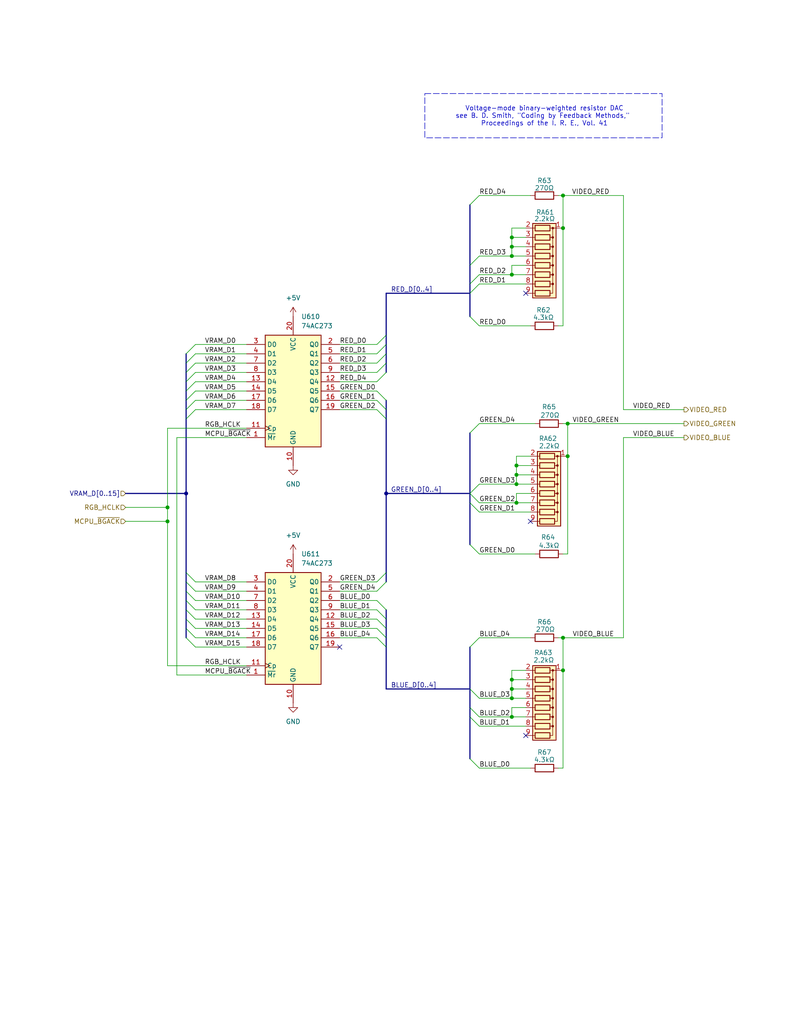
<source format=kicad_sch>
(kicad_sch (version 20231120) (generator "eeschema") (generator_version "8.0")
  (paper "A" portrait)
  (title_block (title "RA9704, RGB DAC") (date "2024-12-31") (rev "004") (company "Coin-Op Collection") (comment 1 "Author: Brandon Arnold") (comment 2 "License: CC BY-NC-SA 4.0"))
  (lib_symbols
    (symbol "power:+5V" (power) (pin_numbers hide) (pin_names (offset 0) hide)
      (property "Value" "+5V" (at 0 3.556 0))
      (symbol "+5V_0_1"
        (polyline (pts (xy -0.762 1.27) (xy 0 2.54)))
        (polyline (pts (xy 0 0) (xy 0 2.54)))
        (polyline (pts (xy 0 2.54) (xy 0.762 1.27)))
      )
      (symbol "+5V_1_1"
        (pin power_in line (at 0 0 90) (length 0) (name "~") (number "1"))
      )
    )
    (symbol "power:GND" (power) (pin_numbers hide) (pin_names (offset 0) hide)
      (property "Value" "GND" (at 0 -3.81 0))
      (symbol "GND_0_1"
        (polyline (pts (xy 0 0) (xy 0 -1.27) (xy 1.27 -1.27) (xy 0 -2.54) (xy -1.27 -1.27) (xy 0 -1.27)))
      )
      (symbol "GND_1_1"
        (pin power_in line (at 0 0 270) (length 0) (name "~") (number "1"))
      )
    )
    (symbol "ra9704:74AC273"
      (property "Reference" "U" (at -7.62 16.51 0))
      (property "Value" "74AC273" (at -7.62 -16.51 0))
      (symbol "74AC273_1_0"
        (pin input line (at -12.7 -12.7 0) (length 5.08) (name "~{Mr}") (number "1"))
        (pin power_in line (at 0 -20.32 90) (length 5.08) (name "GND") (number "10"))
        (pin input clock (at -12.7 -10.16 0) (length 5.08) (name "Cp") (number "11"))
        (pin output line (at 12.7 2.54 180) (length 5.08) (name "Q4") (number "12"))
        (pin input line (at -12.7 2.54 0) (length 5.08) (name "D4") (number "13"))
        (pin input line (at -12.7 0 0) (length 5.08) (name "D5") (number "14"))
        (pin output line (at 12.7 0 180) (length 5.08) (name "Q5") (number "15"))
        (pin output line (at 12.7 -2.54 180) (length 5.08) (name "Q6") (number "16"))
        (pin input line (at -12.7 -2.54 0) (length 5.08) (name "D6") (number "17"))
        (pin input line (at -12.7 -5.08 0) (length 5.08) (name "D7") (number "18"))
        (pin output line (at 12.7 -5.08 180) (length 5.08) (name "Q7") (number "19"))
        (pin output line (at 12.7 12.7 180) (length 5.08) (name "Q0") (number "2"))
        (pin power_in line (at 0 20.32 270) (length 5.08) (name "VCC") (number "20"))
        (pin input line (at -12.7 12.7 0) (length 5.08) (name "D0") (number "3"))
        (pin input line (at -12.7 10.16 0) (length 5.08) (name "D1") (number "4"))
        (pin output line (at 12.7 10.16 180) (length 5.08) (name "Q1") (number "5"))
        (pin output line (at 12.7 7.62 180) (length 5.08) (name "Q2") (number "6"))
        (pin input line (at -12.7 7.62 0) (length 5.08) (name "D2") (number "7"))
        (pin input line (at -12.7 5.08 0) (length 5.08) (name "D3") (number "8"))
        (pin output line (at 12.7 5.08 180) (length 5.08) (name "Q3") (number "9"))
      )
      (symbol "74AC273_1_1"
        (rectangle (start -7.62 15.24) (end 7.62 -15.24) (stroke (width 0.254)) (fill (type background)))
      )
    )
    (symbol "ra9704:R" (pin_numbers hide) (pin_names (offset 0))
      (property "Reference" "R" (at 2.032 0 90))
      (property "Value" "R" (at 0 0 90))
      (symbol "R_0_1"
        (rectangle (start -1.016 -2.54) (end 1.016 2.54) (stroke (width 0.254)))
      )
      (symbol "R_1_1"
        (pin passive line (at 0 3.81 270) (length 1.27) (name "~") (number "1"))
        (pin passive line (at 0 -3.81 90) (length 1.27) (name "~") (number "2"))
      )
    )
    (symbol "ra9704:R_Network08_1-Row" (pin_names (offset 0) hide)
      (property "Reference" "RB" (at -12.7 0 90))
      (property "Value" "10k" (at 10.16 0 90))
      (symbol "R_Network08_1-Row_0_1"
        (rectangle (start -11.43 -3.175) (end 8.89 3.175) (stroke (width 0.254)) (fill (type background)))
        (rectangle (start -10.922 1.524) (end -9.398 -2.54) (stroke (width 0.254)))
        (circle (center -10.16 2.286) (radius 0.254) (fill (type outline)))
        (rectangle (start -8.382 1.524) (end -6.858 -2.54) (stroke (width 0.254)))
        (circle (center -7.62 2.286) (radius 0.254) (fill (type outline)))
        (rectangle (start -5.842 1.524) (end -4.318 -2.54) (stroke (width 0.254)))
        (circle (center -5.08 2.286) (radius 0.254) (fill (type outline)))
        (rectangle (start -3.302 1.524) (end -1.778 -2.54) (stroke (width 0.254)))
        (circle (center -2.54 2.286) (radius 0.254) (fill (type outline)))
        (rectangle (start -0.762 1.524) (end 0.762 -2.54) (stroke (width 0.254)))
        (polyline (pts (xy -10.16 -2.54) (xy -10.16 -3.81)))
        (polyline (pts (xy -7.62 -2.54) (xy -7.62 -3.81)))
        (polyline (pts (xy -5.08 -2.54) (xy -5.08 -3.81)))
        (polyline (pts (xy -2.54 -2.54) (xy -2.54 -3.81)))
        (polyline (pts (xy 0 -2.54) (xy 0 -3.81)))
        (polyline (pts (xy 2.54 -2.54) (xy 2.54 -3.81)))
        (polyline (pts (xy 5.08 -2.54) (xy 5.08 -3.81)))
        (polyline (pts (xy 7.62 -2.54) (xy 7.62 -3.81)))
        (polyline (pts (xy -10.16 1.524) (xy -10.16 2.286) (xy -7.62 2.286) (xy -7.62 1.524)))
        (polyline (pts (xy -7.62 1.524) (xy -7.62 2.286) (xy -5.08 2.286) (xy -5.08 1.524)))
        (polyline (pts (xy -5.08 1.524) (xy -5.08 2.286) (xy -2.54 2.286) (xy -2.54 1.524)))
        (polyline (pts (xy -2.54 1.524) (xy -2.54 2.286) (xy 0 2.286) (xy 0 1.524)))
        (polyline (pts (xy 0 1.524) (xy 0 2.286) (xy 2.54 2.286) (xy 2.54 1.524)))
        (polyline (pts (xy 2.54 1.524) (xy 2.54 2.286) (xy 5.08 2.286) (xy 5.08 1.524)))
        (polyline (pts (xy 5.08 1.524) (xy 5.08 2.286) (xy 7.62 2.286) (xy 7.62 1.524)))
        (circle (center 0 2.286) (radius 0.254) (fill (type outline)))
        (rectangle (start 1.778 1.524) (end 3.302 -2.54) (stroke (width 0.254)))
        (circle (center 2.54 2.286) (radius 0.254) (fill (type outline)))
        (rectangle (start 4.318 1.524) (end 5.842 -2.54) (stroke (width 0.254)))
        (circle (center 5.08 2.286) (radius 0.254) (fill (type outline)))
        (rectangle (start 6.858 1.524) (end 8.382 -2.54) (stroke (width 0.254)))
      )
      (symbol "R_Network08_1-Row_1_1"
        (pin passive line (at -10.16 5.08 270) (length 2.54) (name "common") (number "1"))
        (pin passive line (at -10.16 -5.08 90) (length 1.27) (name "R1") (number "2"))
        (pin passive line (at -7.62 -5.08 90) (length 1.27) (name "R2") (number "3"))
        (pin passive line (at -5.08 -5.08 90) (length 1.27) (name "R3") (number "4"))
        (pin passive line (at -2.54 -5.08 90) (length 1.27) (name "R4") (number "5"))
        (pin passive line (at 0 -5.08 90) (length 1.27) (name "R5") (number "6"))
        (pin passive line (at 2.54 -5.08 90) (length 1.27) (name "R6") (number "7"))
        (pin passive line (at 5.08 -5.08 90) (length 1.27) (name "R7") (number "8"))
        (pin passive line (at 7.62 -5.08 90) (length 1.27) (name "R8") (number "9"))
      )
    )
  )
  (junction (at 139.7 190.5))
  (junction (at 140.97 129.54))
  (junction (at 140.97 132.08))
  (junction (at 139.7 195.58))
  (junction (at 50.8 134.62))
  (junction (at 154.94 115.57))
  (junction (at 153.67 182.88))
  (junction (at 140.97 137.16))
  (junction (at 139.7 67.31))
  (junction (at 154.94 124.46))
  (junction (at 139.7 187.96))
  (junction (at 140.97 127))
  (junction (at 105.41 134.62))
  (junction (at 45.72 138.43))
  (junction (at 139.7 69.85))
  (junction (at 45.72 142.24))
  (junction (at 153.67 173.99))
  (junction (at 139.7 74.93))
  (junction (at 153.67 53.34))
  (junction (at 139.7 185.42))
  (junction (at 139.7 64.77))
  (junction (at 153.67 62.23))
  (no_connect (at 92.71 176.53))
  (no_connect (at 143.51 200.66))
  (no_connect (at 143.51 80.01))
  (no_connect (at 144.78 142.24))
  (bus_entry (at 102.87 93.98) (size 2.54 -2.54))
  (bus_entry (at 102.87 99.06) (size 2.54 -2.54))
  (bus_entry (at 128.27 72.39) (size 2.54 -2.54))
  (bus_entry (at 102.87 109.22) (size 2.54 2.54))
  (bus_entry (at 128.27 118.11) (size 2.54 -2.54))
  (bus_entry (at 130.81 190.5) (size -2.54 -2.54))
  (bus_entry (at 105.41 166.37) (size -2.54 -2.54))
  (bus_entry (at 102.87 106.68) (size 2.54 2.54))
  (bus_entry (at 53.34 171.45) (size -2.54 -2.54))
  (bus_entry (at 50.8 111.76) (size 2.54 -2.54))
  (bus_entry (at 102.87 111.76) (size 2.54 2.54))
  (bus_entry (at 53.34 163.83) (size -2.54 -2.54))
  (bus_entry (at 128.27 134.62) (size 2.54 -2.54))
  (bus_entry (at 53.34 166.37) (size -2.54 -2.54))
  (bus_entry (at 102.87 158.75) (size 2.54 -2.54))
  (bus_entry (at 128.27 148.59) (size 2.54 2.54))
  (bus_entry (at 50.8 109.22) (size 2.54 -2.54))
  (bus_entry (at 53.34 161.29) (size -2.54 -2.54))
  (bus_entry (at 53.34 168.91) (size -2.54 -2.54))
  (bus_entry (at 102.87 161.29) (size 2.54 -2.54))
  (bus_entry (at 50.8 106.68) (size 2.54 -2.54))
  (bus_entry (at 53.34 158.75) (size -2.54 -2.54))
  (bus_entry (at 128.27 176.53) (size 2.54 -2.54))
  (bus_entry (at 128.27 137.16) (size 2.54 2.54))
  (bus_entry (at 53.34 173.99) (size -2.54 -2.54))
  (bus_entry (at 128.27 77.47) (size 2.54 -2.54))
  (bus_entry (at 128.27 86.36) (size 2.54 2.54))
  (bus_entry (at 102.87 96.52) (size 2.54 -2.54))
  (bus_entry (at 128.27 134.62) (size 2.54 2.54))
  (bus_entry (at 130.81 195.58) (size -2.54 -2.54))
  (bus_entry (at 105.41 168.91) (size -2.54 -2.54))
  (bus_entry (at 128.27 55.88) (size 2.54 -2.54))
  (bus_entry (at 50.8 104.14) (size 2.54 -2.54))
  (bus_entry (at 102.87 101.6) (size 2.54 -2.54))
  (bus_entry (at 102.87 104.14) (size 2.54 -2.54))
  (bus_entry (at 130.81 198.12) (size -2.54 -2.54))
  (bus_entry (at 53.34 176.53) (size -2.54 -2.54))
  (bus_entry (at 50.8 96.52) (size 2.54 -2.54))
  (bus_entry (at 50.8 114.3) (size 2.54 -2.54))
  (bus_entry (at 105.41 171.45) (size -2.54 -2.54))
  (bus_entry (at 105.41 176.53) (size -2.54 -2.54))
  (bus_entry (at 105.41 173.99) (size -2.54 -2.54))
  (bus_entry (at 50.8 101.6) (size 2.54 -2.54))
  (bus_entry (at 50.8 99.06) (size 2.54 -2.54))
  (bus_entry (at 130.81 209.55) (size -2.54 -2.54))
  (bus_entry (at 128.27 80.01) (size 2.54 -2.54))
  (wire (pts (xy 92.71 171.45) (xy 102.87 171.45)))
  (wire (pts (xy 53.34 158.75) (xy 67.31 158.75)))
  (wire (pts (xy 92.71 101.6) (xy 102.87 101.6)))
  (bus (pts (xy 105.41 176.53) (xy 105.41 173.99)))
  (bus (pts (xy 105.41 134.62) (xy 128.27 134.62)))
  (wire (pts (xy 154.94 115.57) (xy 154.94 124.46)))
  (wire (pts (xy 139.7 69.85) (xy 143.51 69.85)))
  (wire (pts (xy 130.81 88.9) (xy 144.78 88.9)))
  (bus (pts (xy 50.8 168.91) (xy 50.8 166.37)))
  (wire (pts (xy 139.7 190.5) (xy 139.7 187.96)))
  (wire (pts (xy 130.81 137.16) (xy 140.97 137.16)))
  (wire (pts (xy 140.97 129.54) (xy 140.97 127)))
  (wire (pts (xy 53.34 173.99) (xy 67.31 173.99)))
  (bus (pts (xy 128.27 55.88) (xy 128.27 72.39)))
  (wire (pts (xy 153.67 53.34) (xy 153.67 62.23)))
  (bus (pts (xy 105.41 168.91) (xy 105.41 171.45)))
  (wire (pts (xy 139.7 182.88) (xy 143.51 182.88)))
  (wire (pts (xy 139.7 72.39) (xy 139.7 74.93)))
  (wire (pts (xy 53.34 99.06) (xy 67.31 99.06)))
  (bus (pts (xy 50.8 171.45) (xy 50.8 168.91)))
  (wire (pts (xy 139.7 187.96) (xy 143.51 187.96)))
  (bus (pts (xy 128.27 176.53) (xy 128.27 187.96)))
  (wire (pts (xy 34.29 138.43) (xy 45.72 138.43)))
  (wire (pts (xy 130.81 195.58) (xy 139.7 195.58)))
  (wire (pts (xy 45.72 181.61) (xy 67.31 181.61)))
  (bus (pts (xy 50.8 158.75) (xy 50.8 156.21)))
  (bus (pts (xy 128.27 77.47) (xy 128.27 80.01)))
  (wire (pts (xy 130.81 74.93) (xy 139.7 74.93)))
  (wire (pts (xy 130.81 69.85) (xy 139.7 69.85)))
  (wire (pts (xy 170.18 173.99) (xy 153.67 173.99)))
  (wire (pts (xy 53.34 96.52) (xy 67.31 96.52)))
  (wire (pts (xy 139.7 72.39) (xy 143.51 72.39)))
  (wire (pts (xy 45.72 138.43) (xy 45.72 142.24)))
  (wire (pts (xy 170.18 119.38) (xy 186.69 119.38)))
  (bus (pts (xy 50.8 106.68) (xy 50.8 104.14)))
  (wire (pts (xy 153.67 182.88) (xy 153.67 209.55)))
  (wire (pts (xy 140.97 127) (xy 144.78 127)))
  (wire (pts (xy 130.81 209.55) (xy 144.78 209.55)))
  (wire (pts (xy 92.71 173.99) (xy 102.87 173.99)))
  (wire (pts (xy 45.72 142.24) (xy 45.72 181.61)))
  (wire (pts (xy 34.29 142.24) (xy 45.72 142.24)))
  (wire (pts (xy 152.4 53.34) (xy 153.67 53.34)))
  (wire (pts (xy 130.81 151.13) (xy 146.05 151.13)))
  (bus (pts (xy 105.41 80.01) (xy 105.41 91.44)))
  (bus (pts (xy 105.41 176.53) (xy 105.41 187.96)))
  (wire (pts (xy 45.72 116.84) (xy 67.31 116.84)))
  (bus (pts (xy 128.27 80.01) (xy 128.27 86.36)))
  (bus (pts (xy 50.8 104.14) (xy 50.8 101.6)))
  (wire (pts (xy 53.34 161.29) (xy 67.31 161.29)))
  (wire (pts (xy 139.7 64.77) (xy 139.7 62.23)))
  (wire (pts (xy 92.71 104.14) (xy 102.87 104.14)))
  (bus (pts (xy 128.27 137.16) (xy 128.27 148.59)))
  (wire (pts (xy 140.97 137.16) (xy 144.78 137.16)))
  (wire (pts (xy 92.71 111.76) (xy 102.87 111.76)))
  (bus (pts (xy 50.8 166.37) (xy 50.8 163.83)))
  (wire (pts (xy 92.71 161.29) (xy 102.87 161.29)))
  (bus (pts (xy 50.8 173.99) (xy 50.8 171.45)))
  (wire (pts (xy 170.18 173.99) (xy 170.18 119.38)))
  (wire (pts (xy 139.7 193.04) (xy 139.7 195.58)))
  (wire (pts (xy 53.34 104.14) (xy 67.31 104.14)))
  (wire (pts (xy 53.34 109.22) (xy 67.31 109.22)))
  (wire (pts (xy 139.7 62.23) (xy 143.51 62.23)))
  (wire (pts (xy 130.81 190.5) (xy 139.7 190.5)))
  (wire (pts (xy 140.97 134.62) (xy 140.97 137.16)))
  (wire (pts (xy 140.97 129.54) (xy 144.78 129.54)))
  (bus (pts (xy 50.8 111.76) (xy 50.8 109.22)))
  (bus (pts (xy 128.27 193.04) (xy 128.27 195.58)))
  (wire (pts (xy 140.97 127) (xy 140.97 124.46)))
  (wire (pts (xy 53.34 106.68) (xy 67.31 106.68)))
  (bus (pts (xy 105.41 173.99) (xy 105.41 171.45)))
  (wire (pts (xy 130.81 173.99) (xy 144.78 173.99)))
  (bus (pts (xy 105.41 93.98) (xy 105.41 91.44)))
  (wire (pts (xy 130.81 139.7) (xy 144.78 139.7)))
  (bus (pts (xy 105.41 109.22) (xy 105.41 111.76)))
  (wire (pts (xy 153.67 62.23) (xy 153.67 88.9)))
  (bus (pts (xy 105.41 99.06) (xy 105.41 96.52)))
  (bus (pts (xy 50.8 114.3) (xy 50.8 134.62)))
  (wire (pts (xy 92.71 93.98) (xy 102.87 93.98)))
  (wire (pts (xy 92.71 166.37) (xy 102.87 166.37)))
  (wire (pts (xy 92.71 168.91) (xy 102.87 168.91)))
  (bus (pts (xy 50.8 163.83) (xy 50.8 161.29)))
  (wire (pts (xy 153.67 173.99) (xy 153.67 182.88)))
  (wire (pts (xy 48.26 184.15) (xy 67.31 184.15)))
  (bus (pts (xy 105.41 114.3) (xy 105.41 134.62)))
  (wire (pts (xy 53.34 171.45) (xy 67.31 171.45)))
  (bus (pts (xy 128.27 134.62) (xy 128.27 137.16)))
  (bus (pts (xy 128.27 72.39) (xy 128.27 77.47)))
  (bus (pts (xy 50.8 99.06) (xy 50.8 96.52)))
  (wire (pts (xy 45.72 116.84) (xy 45.72 138.43)))
  (bus (pts (xy 105.41 156.21) (xy 105.41 158.75)))
  (wire (pts (xy 153.67 151.13) (xy 154.94 151.13)))
  (wire (pts (xy 53.34 101.6) (xy 67.31 101.6)))
  (wire (pts (xy 139.7 193.04) (xy 143.51 193.04)))
  (wire (pts (xy 53.34 111.76) (xy 67.31 111.76)))
  (wire (pts (xy 53.34 166.37) (xy 67.31 166.37)))
  (wire (pts (xy 92.71 99.06) (xy 102.87 99.06)))
  (bus (pts (xy 128.27 118.11) (xy 128.27 134.62)))
  (wire (pts (xy 153.67 115.57) (xy 154.94 115.57)))
  (bus (pts (xy 50.8 109.22) (xy 50.8 106.68)))
  (wire (pts (xy 130.81 77.47) (xy 143.51 77.47)))
  (bus (pts (xy 105.41 134.62) (xy 105.41 156.21)))
  (wire (pts (xy 139.7 190.5) (xy 143.51 190.5)))
  (wire (pts (xy 152.4 173.99) (xy 153.67 173.99)))
  (wire (pts (xy 170.18 53.34) (xy 153.67 53.34)))
  (bus (pts (xy 105.41 111.76) (xy 105.41 114.3)))
  (wire (pts (xy 153.67 88.9) (xy 152.4 88.9)))
  (bus (pts (xy 105.41 80.01) (xy 128.27 80.01)))
  (wire (pts (xy 139.7 187.96) (xy 139.7 185.42)))
  (bus (pts (xy 34.29 134.62) (xy 50.8 134.62)))
  (wire (pts (xy 130.81 132.08) (xy 140.97 132.08)))
  (wire (pts (xy 170.18 111.76) (xy 186.69 111.76)))
  (wire (pts (xy 48.26 184.15) (xy 48.26 119.38)))
  (wire (pts (xy 139.7 195.58) (xy 143.51 195.58)))
  (wire (pts (xy 140.97 132.08) (xy 144.78 132.08)))
  (bus (pts (xy 105.41 166.37) (xy 105.41 168.91)))
  (wire (pts (xy 139.7 185.42) (xy 143.51 185.42)))
  (wire (pts (xy 92.71 158.75) (xy 102.87 158.75)))
  (wire (pts (xy 130.81 53.34) (xy 144.78 53.34)))
  (wire (pts (xy 154.94 124.46) (xy 154.94 151.13)))
  (wire (pts (xy 139.7 67.31) (xy 143.51 67.31)))
  (wire (pts (xy 130.81 198.12) (xy 143.51 198.12)))
  (wire (pts (xy 130.81 115.57) (xy 146.05 115.57)))
  (bus (pts (xy 105.41 96.52) (xy 105.41 93.98)))
  (wire (pts (xy 53.34 93.98) (xy 67.31 93.98)))
  (wire (pts (xy 53.34 163.83) (xy 67.31 163.83)))
  (bus (pts (xy 50.8 114.3) (xy 50.8 111.76)))
  (wire (pts (xy 92.71 106.68) (xy 102.87 106.68)))
  (bus (pts (xy 105.41 187.96) (xy 128.27 187.96)))
  (wire (pts (xy 139.7 64.77) (xy 143.51 64.77)))
  (wire (pts (xy 152.4 209.55) (xy 153.67 209.55)))
  (wire (pts (xy 48.26 119.38) (xy 67.31 119.38)))
  (wire (pts (xy 139.7 69.85) (xy 139.7 67.31)))
  (bus (pts (xy 50.8 134.62) (xy 50.8 156.21)))
  (wire (pts (xy 53.34 176.53) (xy 67.31 176.53)))
  (bus (pts (xy 128.27 195.58) (xy 128.27 207.01)))
  (wire (pts (xy 92.71 96.52) (xy 102.87 96.52)))
  (wire (pts (xy 92.71 163.83) (xy 102.87 163.83)))
  (wire (pts (xy 92.71 109.22) (xy 102.87 109.22)))
  (wire (pts (xy 139.7 185.42) (xy 139.7 182.88)))
  (wire (pts (xy 140.97 132.08) (xy 140.97 129.54)))
  (wire (pts (xy 53.34 168.91) (xy 67.31 168.91)))
  (bus (pts (xy 105.41 101.6) (xy 105.41 99.06)))
  (wire (pts (xy 154.94 115.57) (xy 186.69 115.57)))
  (bus (pts (xy 128.27 187.96) (xy 128.27 193.04)))
  (wire (pts (xy 140.97 134.62) (xy 144.78 134.62)))
  (bus (pts (xy 50.8 101.6) (xy 50.8 99.06)))
  (wire (pts (xy 140.97 124.46) (xy 144.78 124.46)))
  (bus (pts (xy 50.8 161.29) (xy 50.8 158.75)))
  (wire (pts (xy 170.18 53.34) (xy 170.18 111.76)))
  (wire (pts (xy 139.7 67.31) (xy 139.7 64.77)))
  (wire (pts (xy 139.7 74.93) (xy 143.51 74.93)))
  (rectangle (start 115.951 25.527) (end 180.721 37.592) (stroke (width 0) (type dash)))
  (text "Voltage-mode binary-weighted resistor DAC\nsee B. D. Smith, \"Coding by Feedback Methods,\" \nProceedings of the I. R. E., Vol. 41" (at 148.59 31.75 0) (effects (font (size 1.27 1.27))))
  (label "BLUE_D3" (at 92.71 171.45 0))
  (label "BLUE_D0" (at 130.81 209.55 0))
  (label "GREEN_D0" (at 130.81 151.13 0))
  (label "GREEN_D2" (at 92.71 111.76 0))
  (label "GREEN_D4" (at 130.81 115.57 0))
  (label "MCPU_~{BGACK}" (at 55.88 184.15 0))
  (label "GREEN_D2" (at 130.81 137.16 0))
  (label "VIDEO_BLUE" (at 167.64 173.99 180))
  (label "VIDEO_RED" (at 166.37 53.34 180))
  (label "BLUE_D1" (at 92.71 166.37 0))
  (label "RED_D2" (at 130.81 74.93 0))
  (label "BLUE_D3" (at 130.81 190.5 0))
  (label "VRAM_D7" (at 55.88 111.76 0))
  (label "VRAM_D1" (at 55.88 96.52 0))
  (label "GREEN_D1" (at 92.71 109.22 0))
  (label "RED_D4" (at 92.71 104.14 0))
  (label "GREEN_D0" (at 92.71 106.68 0))
  (label "VRAM_D0" (at 55.88 93.98 0))
  (label "VRAM_D8" (at 55.88 158.75 0))
  (label "VRAM_D6" (at 55.88 109.22 0))
  (label "VIDEO_GREEN" (at 156.21 115.57 0))
  (label "VRAM_D4" (at 55.88 104.14 0))
  (label "VIDEO_RED" (at 172.72 111.76 0))
  (label "BLUE_D2" (at 92.71 168.91 0))
  (label "RGB_HCLK" (at 55.88 116.84 0))
  (label "RED_D3" (at 92.71 101.6 0))
  (label "RED_D2" (at 92.71 99.06 0))
  (label "RED_D0" (at 130.81 88.9 0))
  (label "VIDEO_BLUE" (at 172.72 119.38 0))
  (label "BLUE_D1" (at 130.81 198.12 0))
  (label "BLUE_D4" (at 130.81 173.99 0))
  (label "GREEN_D3" (at 92.71 158.75 0))
  (label "MCPU_~{BGACK}" (at 55.88 119.38 0))
  (label "VRAM_D5" (at 55.88 106.68 0))
  (label "RED_D1" (at 92.71 96.52 0))
  (label "VRAM_D14" (at 55.88 173.99 0))
  (label "VRAM_D15" (at 55.88 176.53 0))
  (label "RED_D1" (at 130.81 77.47 0))
  (label "RGB_HCLK" (at 55.88 181.61 0))
  (label "VRAM_D10" (at 55.88 163.83 0))
  (label "VRAM_D12" (at 55.88 168.91 0))
  (label "RED_D[0..4]" (at 106.68 80.01 0))
  (label "RED_D3" (at 130.81 69.85 0))
  (label "RED_D0" (at 92.71 93.98 0))
  (label "VRAM_D3" (at 55.88 101.6 0))
  (label "GREEN_D[0..4]" (at 106.68 134.62 0))
  (label "BLUE_D[0..4]" (at 106.68 187.96 0))
  (label "GREEN_D1" (at 130.81 139.7 0))
  (label "BLUE_D2" (at 130.81 195.58 0))
  (label "VRAM_D9" (at 55.88 161.29 0))
  (label "BLUE_D0" (at 92.71 163.83 0))
  (label "BLUE_D4" (at 92.71 173.99 0))
  (label "VRAM_D11" (at 55.88 166.37 0))
  (label "GREEN_D4" (at 92.71 161.29 0))
  (label "VRAM_D2" (at 55.88 99.06 0))
  (label "GREEN_D3" (at 130.81 132.08 0))
  (label "VRAM_D13" (at 55.88 171.45 0))
  (label "RED_D4" (at 130.81 53.34 0))
  (hierarchical_label "VRAM_D[0..15]" (shape input) (at 34.29 134.62 180))
  (hierarchical_label "RGB_HCLK" (shape input) (at 34.29 138.43 180))
  (hierarchical_label "VIDEO_GREEN" (shape output) (at 186.69 115.57 0))
  (hierarchical_label "MCPU_~{BGACK}" (shape input) (at 34.29 142.24 180))
  (hierarchical_label "VIDEO_BLUE" (shape output) (at 186.69 119.38 0))
  (hierarchical_label "VIDEO_RED" (shape output) (at 186.69 111.76 0))
  (symbol (lib_id "ra9704:R") (at 148.59 88.9 270) (mirror x) (unit 1)
    (property "Reference" "R62" (at 148.336 84.582 90))
    (property "Value" "4.3kΩ" (at 148.336 86.614 90))
    (property "Footprint" "ra9704:R_Axial_DIN0204_L3.6mm_D1.6mm_P5.08mm_Horizontal" (effects (hide yes)))
    (property "Description" "Resistor" (effects (hide yes)))
  )
  (symbol (lib_id "ra9704:R") (at 148.59 173.99 270) (mirror x) (unit 1)
    (property "Reference" "R66" (at 148.59 169.672 90))
    (property "Value" "270Ω" (at 148.844 171.704 90))
    (property "Footprint" "ra9704:R_Axial_DIN0204_L3.6mm_D1.6mm_P5.08mm_Horizontal" (effects (hide yes)))
    (property "Description" "Resistor" (effects (hide yes)))
  )
  (symbol (lib_id "power:+5V") (at 80.01 86.36 0) (unit 1)
    (property "Reference" "#PWR079" (effects (hide yes)))
    (property "Value" "+5V" (at 80.01 81.28 0))
    (property "Description" "Power symbol creates a global label with name \"+5V\"" (effects (hide yes)))
  )
  (symbol (lib_id "power:GND") (at 80.01 127 0) (unit 1)
    (property "Reference" "#PWR0142" (effects (hide yes)))
    (property "Value" "GND" (at 80.01 132.08 0))
    (property "Description" "Power symbol creates a global label with name \"GND\" , ground" (effects (hide yes)))
  )
  (symbol (lib_id "power:+5V") (at 80.01 151.13 0) (unit 1)
    (property "Reference" "#PWR0143" (effects (hide yes)))
    (property "Value" "+5V" (at 80.01 146.05 0))
    (property "Description" "Power symbol creates a global label with name \"+5V\"" (effects (hide yes)))
  )
  (symbol (lib_id "ra9704:R") (at 148.59 209.55 270) (mirror x) (unit 1)
    (property "Reference" "R67" (at 148.59 205.232 90))
    (property "Value" "4.3kΩ" (at 148.59 207.264 90))
    (property "Footprint" "ra9704:R_Axial_DIN0204_L3.6mm_D1.6mm_P5.08mm_Horizontal" (effects (hide yes)))
    (property "Description" "Resistor" (effects (hide yes)))
  )
  (symbol (lib_id "ra9704:74AC273") (at 80.01 171.45 0) (unit 1)
    (property "Reference" "U611" (at 82.2041 151.13 0) (effects (justify left)))
    (property "Value" "74AC273" (at 82.2041 153.67 0) (effects (justify left)))
    (property "Footprint" "ra9704:DIP-20_W7.62mm" (effects (hide yes)))
    (property "Datasheet" "https://static.brandonarnold.com/projects/batrider/HD74AC273.PDF" (effects (hide yes)))
    (property "Description" "Octal D-Type Flip-Flop" (effects (hide yes)))
  )
  (symbol (lib_id "ra9704:R_Network08_1-Row") (at 149.86 134.62 270) (unit 1)
    (property "Reference" "RA62" (at 147.066 119.634 90) (effects (justify left)))
    (property "Value" "2.2kΩ" (at 147.066 121.666 90) (effects (justify left)))
    (property "Footprint" "ra9704:R_Array_SIP9" (effects (hide yes)))
    (property "Datasheet" "http://www.vishay.com/docs/31509/csc.pdf" (effects (hide yes)))
    (property "Description" "8 resistor network, star topology, bussed resistors, small symbol" (effects (hide yes)))
  )
  (symbol (lib_id "ra9704:R") (at 149.86 151.13 270) (mirror x) (unit 1)
    (property "Reference" "R64" (at 149.606 146.558 90))
    (property "Value" "4.3kΩ" (at 149.86 148.844 90))
    (property "Footprint" "ra9704:R_Axial_DIN0204_L3.6mm_D1.6mm_P5.08mm_Horizontal" (effects (hide yes)))
    (property "Description" "Resistor" (effects (hide yes)))
  )
  (symbol (lib_id "ra9704:R") (at 149.86 115.57 270) (mirror x) (unit 1)
    (property "Reference" "R65" (at 149.86 110.998 90))
    (property "Value" "270Ω" (at 150.114 113.284 90))
    (property "Footprint" "ra9704:R_Axial_DIN0204_L3.6mm_D1.6mm_P5.08mm_Horizontal" (effects (hide yes)))
    (property "Description" "Resistor" (effects (hide yes)))
  )
  (symbol (lib_id "ra9704:R_Network08_1-Row") (at 148.59 72.39 270) (unit 1)
    (property "Reference" "RA61" (at 146.304 57.912 90) (effects (justify left)))
    (property "Value" "2.2kΩ" (at 145.796 59.69 90) (effects (justify left)))
    (property "Footprint" "ra9704:R_Array_SIP9" (effects (hide yes)))
    (property "Datasheet" "http://www.vishay.com/docs/31509/csc.pdf" (effects (hide yes)))
    (property "Description" "8 resistor network, star topology, bussed resistors, small symbol" (effects (hide yes)))
  )
  (symbol (lib_id "ra9704:R") (at 148.59 53.34 270) (mirror x) (unit 1)
    (property "Reference" "R63" (at 148.59 49.276 90))
    (property "Value" "270Ω" (at 148.59 51.308 90))
    (property "Footprint" "ra9704:R_Axial_DIN0204_L3.6mm_D1.6mm_P5.08mm_Horizontal" (effects (hide yes)))
    (property "Description" "Resistor" (effects (hide yes)))
  )
  (symbol (lib_id "ra9704:R_Network08_1-Row") (at 148.59 193.04 270) (unit 1)
    (property "Reference" "RA63" (at 145.796 178.054 90) (effects (justify left)))
    (property "Value" "2.2kΩ" (at 145.5421 180.086 90) (effects (justify left)))
    (property "Footprint" "ra9704:R_Array_SIP9" (effects (hide yes)))
    (property "Datasheet" "http://www.vishay.com/docs/31509/csc.pdf" (effects (hide yes)))
    (property "Description" "8 resistor network, star topology, bussed resistors, small symbol" (effects (hide yes)))
  )
  (symbol (lib_id "ra9704:74AC273") (at 80.01 106.68 0) (unit 1)
    (property "Reference" "U610" (at 82.2041 86.36 0) (effects (justify left)))
    (property "Value" "74AC273" (at 82.2041 88.9 0) (effects (justify left)))
    (property "Footprint" "ra9704:DIP-20_W7.62mm" (effects (hide yes)))
    (property "Datasheet" "https://static.brandonarnold.com/projects/batrider/HD74AC273.PDF" (effects (hide yes)))
    (property "Description" "Octal D-Type Flip-Flop" (effects (hide yes)))
  )
  (symbol (lib_id "power:GND") (at 80.01 191.77 0) (unit 1)
    (property "Reference" "#PWR0144" (effects (hide yes)))
    (property "Value" "GND" (at 80.01 196.85 0))
    (property "Description" "Power symbol creates a global label with name \"GND\" , ground" (effects (hide yes)))
  )
)
</source>
